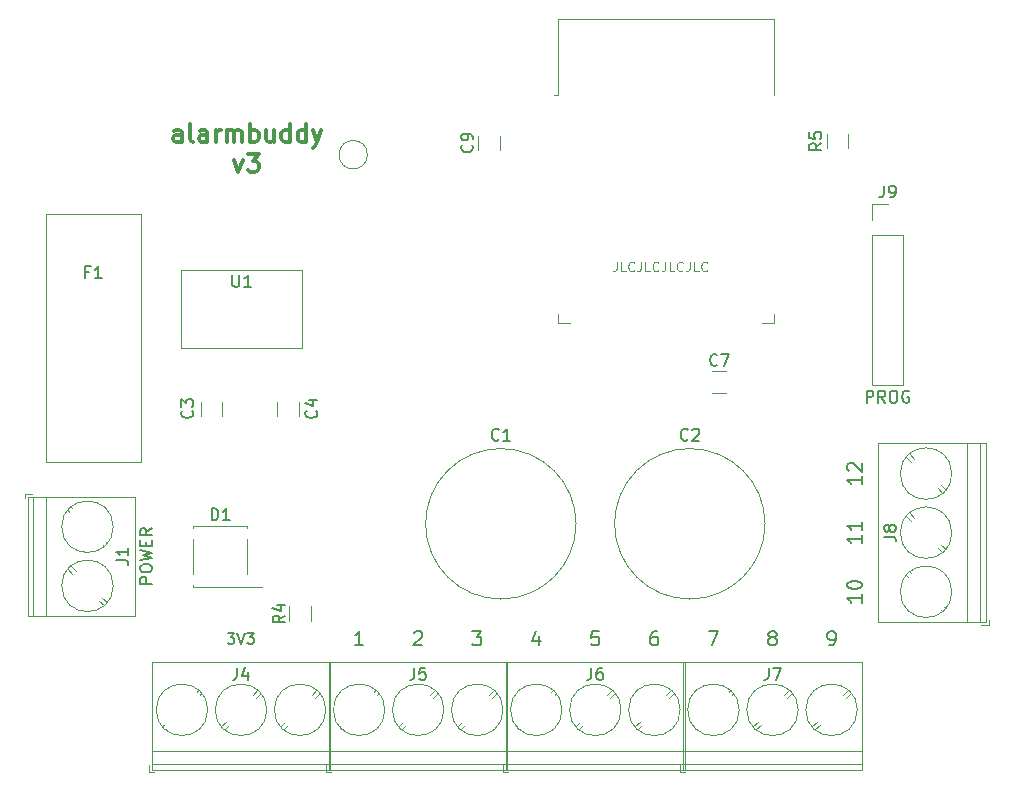
<source format=gbr>
G04 #@! TF.GenerationSoftware,KiCad,Pcbnew,(5.1.6)-1*
G04 #@! TF.CreationDate,2020-06-28T20:31:21-04:00*
G04 #@! TF.ProjectId,alarmbuddy,616c6172-6d62-4756-9464-792e6b696361,rev?*
G04 #@! TF.SameCoordinates,Original*
G04 #@! TF.FileFunction,Legend,Top*
G04 #@! TF.FilePolarity,Positive*
%FSLAX46Y46*%
G04 Gerber Fmt 4.6, Leading zero omitted, Abs format (unit mm)*
G04 Created by KiCad (PCBNEW (5.1.6)-1) date 2020-06-28 20:31:21*
%MOMM*%
%LPD*%
G01*
G04 APERTURE LIST*
%ADD10C,0.300000*%
%ADD11C,0.150000*%
%ADD12C,0.125000*%
%ADD13C,0.120000*%
G04 APERTURE END LIST*
D10*
X38000000Y-35903571D02*
X38000000Y-35117857D01*
X37928571Y-34975000D01*
X37785714Y-34903571D01*
X37500000Y-34903571D01*
X37357142Y-34975000D01*
X38000000Y-35832142D02*
X37857142Y-35903571D01*
X37500000Y-35903571D01*
X37357142Y-35832142D01*
X37285714Y-35689285D01*
X37285714Y-35546428D01*
X37357142Y-35403571D01*
X37500000Y-35332142D01*
X37857142Y-35332142D01*
X38000000Y-35260714D01*
X38928571Y-35903571D02*
X38785714Y-35832142D01*
X38714285Y-35689285D01*
X38714285Y-34403571D01*
X40142857Y-35903571D02*
X40142857Y-35117857D01*
X40071428Y-34975000D01*
X39928571Y-34903571D01*
X39642857Y-34903571D01*
X39500000Y-34975000D01*
X40142857Y-35832142D02*
X40000000Y-35903571D01*
X39642857Y-35903571D01*
X39500000Y-35832142D01*
X39428571Y-35689285D01*
X39428571Y-35546428D01*
X39500000Y-35403571D01*
X39642857Y-35332142D01*
X40000000Y-35332142D01*
X40142857Y-35260714D01*
X40857142Y-35903571D02*
X40857142Y-34903571D01*
X40857142Y-35189285D02*
X40928571Y-35046428D01*
X41000000Y-34975000D01*
X41142857Y-34903571D01*
X41285714Y-34903571D01*
X41785714Y-35903571D02*
X41785714Y-34903571D01*
X41785714Y-35046428D02*
X41857142Y-34975000D01*
X42000000Y-34903571D01*
X42214285Y-34903571D01*
X42357142Y-34975000D01*
X42428571Y-35117857D01*
X42428571Y-35903571D01*
X42428571Y-35117857D02*
X42500000Y-34975000D01*
X42642857Y-34903571D01*
X42857142Y-34903571D01*
X43000000Y-34975000D01*
X43071428Y-35117857D01*
X43071428Y-35903571D01*
X43785714Y-35903571D02*
X43785714Y-34403571D01*
X43785714Y-34975000D02*
X43928571Y-34903571D01*
X44214285Y-34903571D01*
X44357142Y-34975000D01*
X44428571Y-35046428D01*
X44500000Y-35189285D01*
X44500000Y-35617857D01*
X44428571Y-35760714D01*
X44357142Y-35832142D01*
X44214285Y-35903571D01*
X43928571Y-35903571D01*
X43785714Y-35832142D01*
X45785714Y-34903571D02*
X45785714Y-35903571D01*
X45142857Y-34903571D02*
X45142857Y-35689285D01*
X45214285Y-35832142D01*
X45357142Y-35903571D01*
X45571428Y-35903571D01*
X45714285Y-35832142D01*
X45785714Y-35760714D01*
X47142857Y-35903571D02*
X47142857Y-34403571D01*
X47142857Y-35832142D02*
X47000000Y-35903571D01*
X46714285Y-35903571D01*
X46571428Y-35832142D01*
X46500000Y-35760714D01*
X46428571Y-35617857D01*
X46428571Y-35189285D01*
X46500000Y-35046428D01*
X46571428Y-34975000D01*
X46714285Y-34903571D01*
X47000000Y-34903571D01*
X47142857Y-34975000D01*
X48500000Y-35903571D02*
X48500000Y-34403571D01*
X48500000Y-35832142D02*
X48357142Y-35903571D01*
X48071428Y-35903571D01*
X47928571Y-35832142D01*
X47857142Y-35760714D01*
X47785714Y-35617857D01*
X47785714Y-35189285D01*
X47857142Y-35046428D01*
X47928571Y-34975000D01*
X48071428Y-34903571D01*
X48357142Y-34903571D01*
X48500000Y-34975000D01*
X49071428Y-34903571D02*
X49428571Y-35903571D01*
X49785714Y-34903571D02*
X49428571Y-35903571D01*
X49285714Y-36260714D01*
X49214285Y-36332142D01*
X49071428Y-36403571D01*
X42428571Y-37453571D02*
X42785714Y-38453571D01*
X43142857Y-37453571D01*
X43571428Y-36953571D02*
X44500000Y-36953571D01*
X44000000Y-37525000D01*
X44214285Y-37525000D01*
X44357142Y-37596428D01*
X44428571Y-37667857D01*
X44500000Y-37810714D01*
X44500000Y-38167857D01*
X44428571Y-38310714D01*
X44357142Y-38382142D01*
X44214285Y-38453571D01*
X43785714Y-38453571D01*
X43642857Y-38382142D01*
X43571428Y-38310714D01*
D11*
X95542857Y-64228571D02*
X95542857Y-64914285D01*
X95542857Y-64571428D02*
X94342857Y-64571428D01*
X94514285Y-64685714D01*
X94628571Y-64800000D01*
X94685714Y-64914285D01*
X94457142Y-63771428D02*
X94400000Y-63714285D01*
X94342857Y-63600000D01*
X94342857Y-63314285D01*
X94400000Y-63200000D01*
X94457142Y-63142857D01*
X94571428Y-63085714D01*
X94685714Y-63085714D01*
X94857142Y-63142857D01*
X95542857Y-63828571D01*
X95542857Y-63085714D01*
X95542857Y-69228571D02*
X95542857Y-69914285D01*
X95542857Y-69571428D02*
X94342857Y-69571428D01*
X94514285Y-69685714D01*
X94628571Y-69800000D01*
X94685714Y-69914285D01*
X95542857Y-68085714D02*
X95542857Y-68771428D01*
X95542857Y-68428571D02*
X94342857Y-68428571D01*
X94514285Y-68542857D01*
X94628571Y-68657142D01*
X94685714Y-68771428D01*
X95542857Y-74228571D02*
X95542857Y-74914285D01*
X95542857Y-74571428D02*
X94342857Y-74571428D01*
X94514285Y-74685714D01*
X94628571Y-74800000D01*
X94685714Y-74914285D01*
X94342857Y-73485714D02*
X94342857Y-73371428D01*
X94400000Y-73257142D01*
X94457142Y-73200000D01*
X94571428Y-73142857D01*
X94800000Y-73085714D01*
X95085714Y-73085714D01*
X95314285Y-73142857D01*
X95428571Y-73200000D01*
X95485714Y-73257142D01*
X95542857Y-73371428D01*
X95542857Y-73485714D01*
X95485714Y-73600000D01*
X95428571Y-73657142D01*
X95314285Y-73714285D01*
X95085714Y-73771428D01*
X94800000Y-73771428D01*
X94571428Y-73714285D01*
X94457142Y-73657142D01*
X94400000Y-73600000D01*
X94342857Y-73485714D01*
X92771428Y-78542857D02*
X93000000Y-78542857D01*
X93114285Y-78485714D01*
X93171428Y-78428571D01*
X93285714Y-78257142D01*
X93342857Y-78028571D01*
X93342857Y-77571428D01*
X93285714Y-77457142D01*
X93228571Y-77400000D01*
X93114285Y-77342857D01*
X92885714Y-77342857D01*
X92771428Y-77400000D01*
X92714285Y-77457142D01*
X92657142Y-77571428D01*
X92657142Y-77857142D01*
X92714285Y-77971428D01*
X92771428Y-78028571D01*
X92885714Y-78085714D01*
X93114285Y-78085714D01*
X93228571Y-78028571D01*
X93285714Y-77971428D01*
X93342857Y-77857142D01*
X87885714Y-77857142D02*
X87771428Y-77800000D01*
X87714285Y-77742857D01*
X87657142Y-77628571D01*
X87657142Y-77571428D01*
X87714285Y-77457142D01*
X87771428Y-77400000D01*
X87885714Y-77342857D01*
X88114285Y-77342857D01*
X88228571Y-77400000D01*
X88285714Y-77457142D01*
X88342857Y-77571428D01*
X88342857Y-77628571D01*
X88285714Y-77742857D01*
X88228571Y-77800000D01*
X88114285Y-77857142D01*
X87885714Y-77857142D01*
X87771428Y-77914285D01*
X87714285Y-77971428D01*
X87657142Y-78085714D01*
X87657142Y-78314285D01*
X87714285Y-78428571D01*
X87771428Y-78485714D01*
X87885714Y-78542857D01*
X88114285Y-78542857D01*
X88228571Y-78485714D01*
X88285714Y-78428571D01*
X88342857Y-78314285D01*
X88342857Y-78085714D01*
X88285714Y-77971428D01*
X88228571Y-77914285D01*
X88114285Y-77857142D01*
X82600000Y-77342857D02*
X83400000Y-77342857D01*
X82885714Y-78542857D01*
X78228571Y-77342857D02*
X78000000Y-77342857D01*
X77885714Y-77400000D01*
X77828571Y-77457142D01*
X77714285Y-77628571D01*
X77657142Y-77857142D01*
X77657142Y-78314285D01*
X77714285Y-78428571D01*
X77771428Y-78485714D01*
X77885714Y-78542857D01*
X78114285Y-78542857D01*
X78228571Y-78485714D01*
X78285714Y-78428571D01*
X78342857Y-78314285D01*
X78342857Y-78028571D01*
X78285714Y-77914285D01*
X78228571Y-77857142D01*
X78114285Y-77800000D01*
X77885714Y-77800000D01*
X77771428Y-77857142D01*
X77714285Y-77914285D01*
X77657142Y-78028571D01*
X73285714Y-77342857D02*
X72714285Y-77342857D01*
X72657142Y-77914285D01*
X72714285Y-77857142D01*
X72828571Y-77800000D01*
X73114285Y-77800000D01*
X73228571Y-77857142D01*
X73285714Y-77914285D01*
X73342857Y-78028571D01*
X73342857Y-78314285D01*
X73285714Y-78428571D01*
X73228571Y-78485714D01*
X73114285Y-78542857D01*
X72828571Y-78542857D01*
X72714285Y-78485714D01*
X72657142Y-78428571D01*
X68228571Y-77742857D02*
X68228571Y-78542857D01*
X67942857Y-77285714D02*
X67657142Y-78142857D01*
X68400000Y-78142857D01*
X62600000Y-77342857D02*
X63342857Y-77342857D01*
X62942857Y-77800000D01*
X63114285Y-77800000D01*
X63228571Y-77857142D01*
X63285714Y-77914285D01*
X63342857Y-78028571D01*
X63342857Y-78314285D01*
X63285714Y-78428571D01*
X63228571Y-78485714D01*
X63114285Y-78542857D01*
X62771428Y-78542857D01*
X62657142Y-78485714D01*
X62600000Y-78428571D01*
X57657142Y-77457142D02*
X57714285Y-77400000D01*
X57828571Y-77342857D01*
X58114285Y-77342857D01*
X58228571Y-77400000D01*
X58285714Y-77457142D01*
X58342857Y-77571428D01*
X58342857Y-77685714D01*
X58285714Y-77857142D01*
X57600000Y-78542857D01*
X58342857Y-78542857D01*
X53342857Y-78542857D02*
X52657142Y-78542857D01*
X53000000Y-78542857D02*
X53000000Y-77342857D01*
X52885714Y-77514285D01*
X52771428Y-77628571D01*
X52657142Y-77685714D01*
D12*
X74804761Y-46061904D02*
X74804761Y-46633333D01*
X74766666Y-46747619D01*
X74690476Y-46823809D01*
X74576190Y-46861904D01*
X74500000Y-46861904D01*
X75566666Y-46861904D02*
X75185714Y-46861904D01*
X75185714Y-46061904D01*
X76290476Y-46785714D02*
X76252380Y-46823809D01*
X76138095Y-46861904D01*
X76061904Y-46861904D01*
X75947619Y-46823809D01*
X75871428Y-46747619D01*
X75833333Y-46671428D01*
X75795238Y-46519047D01*
X75795238Y-46404761D01*
X75833333Y-46252380D01*
X75871428Y-46176190D01*
X75947619Y-46100000D01*
X76061904Y-46061904D01*
X76138095Y-46061904D01*
X76252380Y-46100000D01*
X76290476Y-46138095D01*
X76861904Y-46061904D02*
X76861904Y-46633333D01*
X76823809Y-46747619D01*
X76747619Y-46823809D01*
X76633333Y-46861904D01*
X76557142Y-46861904D01*
X77623809Y-46861904D02*
X77242857Y-46861904D01*
X77242857Y-46061904D01*
X78347619Y-46785714D02*
X78309523Y-46823809D01*
X78195238Y-46861904D01*
X78119047Y-46861904D01*
X78004761Y-46823809D01*
X77928571Y-46747619D01*
X77890476Y-46671428D01*
X77852380Y-46519047D01*
X77852380Y-46404761D01*
X77890476Y-46252380D01*
X77928571Y-46176190D01*
X78004761Y-46100000D01*
X78119047Y-46061904D01*
X78195238Y-46061904D01*
X78309523Y-46100000D01*
X78347619Y-46138095D01*
X78919047Y-46061904D02*
X78919047Y-46633333D01*
X78880952Y-46747619D01*
X78804761Y-46823809D01*
X78690476Y-46861904D01*
X78614285Y-46861904D01*
X79680952Y-46861904D02*
X79300000Y-46861904D01*
X79300000Y-46061904D01*
X80404761Y-46785714D02*
X80366666Y-46823809D01*
X80252380Y-46861904D01*
X80176190Y-46861904D01*
X80061904Y-46823809D01*
X79985714Y-46747619D01*
X79947619Y-46671428D01*
X79909523Y-46519047D01*
X79909523Y-46404761D01*
X79947619Y-46252380D01*
X79985714Y-46176190D01*
X80061904Y-46100000D01*
X80176190Y-46061904D01*
X80252380Y-46061904D01*
X80366666Y-46100000D01*
X80404761Y-46138095D01*
X80976190Y-46061904D02*
X80976190Y-46633333D01*
X80938095Y-46747619D01*
X80861904Y-46823809D01*
X80747619Y-46861904D01*
X80671428Y-46861904D01*
X81738095Y-46861904D02*
X81357142Y-46861904D01*
X81357142Y-46061904D01*
X82461904Y-46785714D02*
X82423809Y-46823809D01*
X82309523Y-46861904D01*
X82233333Y-46861904D01*
X82119047Y-46823809D01*
X82042857Y-46747619D01*
X82004761Y-46671428D01*
X81966666Y-46519047D01*
X81966666Y-46404761D01*
X82004761Y-46252380D01*
X82042857Y-46176190D01*
X82119047Y-46100000D01*
X82233333Y-46061904D01*
X82309523Y-46061904D01*
X82423809Y-46100000D01*
X82461904Y-46138095D01*
D13*
X48160000Y-46750000D02*
X48160000Y-53371000D01*
X37920000Y-46750000D02*
X37920000Y-53371000D01*
X37920000Y-53371000D02*
X48160000Y-53371000D01*
X37920000Y-46750000D02*
X48160000Y-46750000D01*
X26500000Y-63000000D02*
X26500000Y-42000000D01*
X26500000Y-42000000D02*
X34500000Y-42000000D01*
X34500000Y-42000000D02*
X34500000Y-63000000D01*
X34500000Y-63000000D02*
X26500000Y-63000000D01*
X47910000Y-57897936D02*
X47910000Y-59102064D01*
X46090000Y-57897936D02*
X46090000Y-59102064D01*
X41410000Y-57897936D02*
X41410000Y-59102064D01*
X39590000Y-57897936D02*
X39590000Y-59102064D01*
X87370000Y-68250000D02*
G75*
G03*
X87370000Y-68250000I-6370000J0D01*
G01*
X71370000Y-68250000D02*
G75*
G03*
X71370000Y-68250000I-6370000J0D01*
G01*
X53700000Y-37000000D02*
G75*
G03*
X53700000Y-37000000I-1200000J0D01*
G01*
X48910000Y-75247936D02*
X48910000Y-76452064D01*
X47090000Y-75247936D02*
X47090000Y-76452064D01*
X103180000Y-74000000D02*
G75*
G03*
X103180000Y-74000000I-2180000J0D01*
G01*
X103180000Y-69000000D02*
G75*
G03*
X103180000Y-69000000I-2180000J0D01*
G01*
X103180000Y-64000000D02*
G75*
G03*
X103180000Y-64000000I-2180000J0D01*
G01*
X105600000Y-76560000D02*
X105600000Y-61440000D01*
X104500000Y-76560000D02*
X104500000Y-61440000D01*
X96940000Y-76560000D02*
X96940000Y-61440000D01*
X106060000Y-76560000D02*
X106060000Y-61440000D01*
X96940000Y-76560000D02*
X106060000Y-76560000D01*
X96940000Y-61440000D02*
X106060000Y-61440000D01*
X99612000Y-72346000D02*
X99719000Y-72453000D01*
X102547000Y-75282000D02*
X102654000Y-75388000D01*
X99346000Y-72612000D02*
X99453000Y-72719000D01*
X102281000Y-75548000D02*
X102388000Y-75654000D01*
X99612000Y-67346000D02*
X100008000Y-67741000D01*
X102274000Y-70007000D02*
X102654000Y-70387000D01*
X99346000Y-67612000D02*
X99726000Y-67992000D01*
X101992000Y-70258000D02*
X102388000Y-70653000D01*
X99612000Y-62346000D02*
X100008000Y-62741000D01*
X102274000Y-65007000D02*
X102654000Y-65387000D01*
X99346000Y-62612000D02*
X99726000Y-62992000D01*
X101992000Y-65258000D02*
X102388000Y-65653000D01*
X105660000Y-76800000D02*
X106300000Y-76800000D01*
X106300000Y-76800000D02*
X106300000Y-76400000D01*
X85180000Y-84000000D02*
G75*
G03*
X85180000Y-84000000I-2180000J0D01*
G01*
X90180000Y-84000000D02*
G75*
G03*
X90180000Y-84000000I-2180000J0D01*
G01*
X95180000Y-84000000D02*
G75*
G03*
X95180000Y-84000000I-2180000J0D01*
G01*
X80440000Y-88600000D02*
X95560000Y-88600000D01*
X80440000Y-87500000D02*
X95560000Y-87500000D01*
X80440000Y-79940000D02*
X95560000Y-79940000D01*
X80440000Y-89060000D02*
X95560000Y-89060000D01*
X80440000Y-79940000D02*
X80440000Y-89060000D01*
X95560000Y-79940000D02*
X95560000Y-89060000D01*
X84654000Y-82612000D02*
X84547000Y-82719000D01*
X81718000Y-85547000D02*
X81612000Y-85654000D01*
X84388000Y-82346000D02*
X84281000Y-82453000D01*
X81452000Y-85281000D02*
X81346000Y-85388000D01*
X89654000Y-82612000D02*
X89259000Y-83008000D01*
X86993000Y-85274000D02*
X86613000Y-85654000D01*
X89388000Y-82346000D02*
X89008000Y-82726000D01*
X86742000Y-84992000D02*
X86347000Y-85388000D01*
X94654000Y-82612000D02*
X94259000Y-83008000D01*
X91993000Y-85274000D02*
X91613000Y-85654000D01*
X94388000Y-82346000D02*
X94008000Y-82726000D01*
X91742000Y-84992000D02*
X91347000Y-85388000D01*
X80200000Y-88660000D02*
X80200000Y-89300000D01*
X80200000Y-89300000D02*
X80600000Y-89300000D01*
X70180000Y-84000000D02*
G75*
G03*
X70180000Y-84000000I-2180000J0D01*
G01*
X75180000Y-84000000D02*
G75*
G03*
X75180000Y-84000000I-2180000J0D01*
G01*
X80180000Y-84000000D02*
G75*
G03*
X80180000Y-84000000I-2180000J0D01*
G01*
X65440000Y-88600000D02*
X80560000Y-88600000D01*
X65440000Y-87500000D02*
X80560000Y-87500000D01*
X65440000Y-79940000D02*
X80560000Y-79940000D01*
X65440000Y-89060000D02*
X80560000Y-89060000D01*
X65440000Y-79940000D02*
X65440000Y-89060000D01*
X80560000Y-79940000D02*
X80560000Y-89060000D01*
X69654000Y-82612000D02*
X69547000Y-82719000D01*
X66718000Y-85547000D02*
X66612000Y-85654000D01*
X69388000Y-82346000D02*
X69281000Y-82453000D01*
X66452000Y-85281000D02*
X66346000Y-85388000D01*
X74654000Y-82612000D02*
X74259000Y-83008000D01*
X71993000Y-85274000D02*
X71613000Y-85654000D01*
X74388000Y-82346000D02*
X74008000Y-82726000D01*
X71742000Y-84992000D02*
X71347000Y-85388000D01*
X79654000Y-82612000D02*
X79259000Y-83008000D01*
X76993000Y-85274000D02*
X76613000Y-85654000D01*
X79388000Y-82346000D02*
X79008000Y-82726000D01*
X76742000Y-84992000D02*
X76347000Y-85388000D01*
X65200000Y-88660000D02*
X65200000Y-89300000D01*
X65200000Y-89300000D02*
X65600000Y-89300000D01*
X55180000Y-84000000D02*
G75*
G03*
X55180000Y-84000000I-2180000J0D01*
G01*
X60180000Y-84000000D02*
G75*
G03*
X60180000Y-84000000I-2180000J0D01*
G01*
X65180000Y-84000000D02*
G75*
G03*
X65180000Y-84000000I-2180000J0D01*
G01*
X50440000Y-88600000D02*
X65560000Y-88600000D01*
X50440000Y-87500000D02*
X65560000Y-87500000D01*
X50440000Y-79940000D02*
X65560000Y-79940000D01*
X50440000Y-89060000D02*
X65560000Y-89060000D01*
X50440000Y-79940000D02*
X50440000Y-89060000D01*
X65560000Y-79940000D02*
X65560000Y-89060000D01*
X54654000Y-82612000D02*
X54547000Y-82719000D01*
X51718000Y-85547000D02*
X51612000Y-85654000D01*
X54388000Y-82346000D02*
X54281000Y-82453000D01*
X51452000Y-85281000D02*
X51346000Y-85388000D01*
X59654000Y-82612000D02*
X59259000Y-83008000D01*
X56993000Y-85274000D02*
X56613000Y-85654000D01*
X59388000Y-82346000D02*
X59008000Y-82726000D01*
X56742000Y-84992000D02*
X56347000Y-85388000D01*
X64654000Y-82612000D02*
X64259000Y-83008000D01*
X61993000Y-85274000D02*
X61613000Y-85654000D01*
X64388000Y-82346000D02*
X64008000Y-82726000D01*
X61742000Y-84992000D02*
X61347000Y-85388000D01*
X50200000Y-88660000D02*
X50200000Y-89300000D01*
X50200000Y-89300000D02*
X50600000Y-89300000D01*
X82897936Y-55340000D02*
X84102064Y-55340000D01*
X82897936Y-57160000D02*
X84102064Y-57160000D01*
X69880000Y-50495000D02*
X69880000Y-51275000D01*
X69880000Y-51275000D02*
X70880000Y-51275000D01*
X88120000Y-50495000D02*
X88120000Y-51275000D01*
X88120000Y-51275000D02*
X87120000Y-51275000D01*
X69880000Y-25530000D02*
X88120000Y-25530000D01*
X88120000Y-25530000D02*
X88120000Y-31950000D01*
X69880000Y-25530000D02*
X69880000Y-31950000D01*
X69880000Y-31950000D02*
X69500000Y-31950000D01*
X92590000Y-36452064D02*
X92590000Y-35247936D01*
X94410000Y-36452064D02*
X94410000Y-35247936D01*
X35200000Y-89300000D02*
X35600000Y-89300000D01*
X35200000Y-88660000D02*
X35200000Y-89300000D01*
X46742000Y-84992000D02*
X46347000Y-85388000D01*
X49388000Y-82346000D02*
X49008000Y-82726000D01*
X46993000Y-85274000D02*
X46613000Y-85654000D01*
X49654000Y-82612000D02*
X49259000Y-83008000D01*
X41742000Y-84992000D02*
X41347000Y-85388000D01*
X44388000Y-82346000D02*
X44008000Y-82726000D01*
X41993000Y-85274000D02*
X41613000Y-85654000D01*
X44654000Y-82612000D02*
X44259000Y-83008000D01*
X36452000Y-85281000D02*
X36346000Y-85388000D01*
X39388000Y-82346000D02*
X39281000Y-82453000D01*
X36718000Y-85547000D02*
X36612000Y-85654000D01*
X39654000Y-82612000D02*
X39547000Y-82719000D01*
X50560000Y-79940000D02*
X50560000Y-89060000D01*
X35440000Y-79940000D02*
X35440000Y-89060000D01*
X35440000Y-89060000D02*
X50560000Y-89060000D01*
X35440000Y-79940000D02*
X50560000Y-79940000D01*
X35440000Y-87500000D02*
X50560000Y-87500000D01*
X35440000Y-88600000D02*
X50560000Y-88600000D01*
X50180000Y-84000000D02*
G75*
G03*
X50180000Y-84000000I-2180000J0D01*
G01*
X45180000Y-84000000D02*
G75*
G03*
X45180000Y-84000000I-2180000J0D01*
G01*
X40180000Y-84000000D02*
G75*
G03*
X40180000Y-84000000I-2180000J0D01*
G01*
X96420000Y-41170000D02*
X97750000Y-41170000D01*
X96420000Y-42500000D02*
X96420000Y-41170000D01*
X96420000Y-43770000D02*
X99080000Y-43770000D01*
X99080000Y-43770000D02*
X99080000Y-56530000D01*
X96420000Y-43770000D02*
X96420000Y-56530000D01*
X96420000Y-56530000D02*
X99080000Y-56530000D01*
X32180000Y-68500000D02*
G75*
G03*
X32180000Y-68500000I-2180000J0D01*
G01*
X32180000Y-73500000D02*
G75*
G03*
X32180000Y-73500000I-2180000J0D01*
G01*
X25400000Y-65940000D02*
X25400000Y-76060000D01*
X26500000Y-65940000D02*
X26500000Y-76060000D01*
X34060000Y-65940000D02*
X34060000Y-76060000D01*
X24940000Y-65940000D02*
X24940000Y-76060000D01*
X34060000Y-65940000D02*
X24940000Y-65940000D01*
X34060000Y-76060000D02*
X24940000Y-76060000D01*
X31388000Y-70154000D02*
X31281000Y-70047000D01*
X28453000Y-67218000D02*
X28346000Y-67112000D01*
X31654000Y-69888000D02*
X31547000Y-69781000D01*
X28719000Y-66952000D02*
X28612000Y-66846000D01*
X31388000Y-75154000D02*
X30992000Y-74759000D01*
X28726000Y-72493000D02*
X28346000Y-72113000D01*
X31654000Y-74888000D02*
X31274000Y-74508000D01*
X29008000Y-72242000D02*
X28612000Y-71847000D01*
X25340000Y-65700000D02*
X24700000Y-65700000D01*
X24700000Y-65700000D02*
X24700000Y-66100000D01*
X38950000Y-73400000D02*
X38950000Y-73600000D01*
X38950000Y-73600000D02*
X44750000Y-73600000D01*
X38950000Y-68600000D02*
X38950000Y-68400000D01*
X38950000Y-68400000D02*
X43550000Y-68400000D01*
X43550000Y-68400000D02*
X43550000Y-68600000D01*
X38950000Y-72500000D02*
X38950000Y-69500000D01*
X43550000Y-69500000D02*
X43550000Y-72500000D01*
X63090000Y-36602064D02*
X63090000Y-35397936D01*
X64910000Y-36602064D02*
X64910000Y-35397936D01*
D11*
X42278095Y-47182380D02*
X42278095Y-47991904D01*
X42325714Y-48087142D01*
X42373333Y-48134761D01*
X42468571Y-48182380D01*
X42659047Y-48182380D01*
X42754285Y-48134761D01*
X42801904Y-48087142D01*
X42849523Y-47991904D01*
X42849523Y-47182380D01*
X43849523Y-48182380D02*
X43278095Y-48182380D01*
X43563809Y-48182380D02*
X43563809Y-47182380D01*
X43468571Y-47325238D01*
X43373333Y-47420476D01*
X43278095Y-47468095D01*
X30166666Y-46928571D02*
X29833333Y-46928571D01*
X29833333Y-47452380D02*
X29833333Y-46452380D01*
X30309523Y-46452380D01*
X31214285Y-47452380D02*
X30642857Y-47452380D01*
X30928571Y-47452380D02*
X30928571Y-46452380D01*
X30833333Y-46595238D01*
X30738095Y-46690476D01*
X30642857Y-46738095D01*
X49357142Y-58666666D02*
X49404761Y-58714285D01*
X49452380Y-58857142D01*
X49452380Y-58952380D01*
X49404761Y-59095238D01*
X49309523Y-59190476D01*
X49214285Y-59238095D01*
X49023809Y-59285714D01*
X48880952Y-59285714D01*
X48690476Y-59238095D01*
X48595238Y-59190476D01*
X48500000Y-59095238D01*
X48452380Y-58952380D01*
X48452380Y-58857142D01*
X48500000Y-58714285D01*
X48547619Y-58666666D01*
X48785714Y-57809523D02*
X49452380Y-57809523D01*
X48404761Y-58047619D02*
X49119047Y-58285714D01*
X49119047Y-57666666D01*
X38857142Y-58666666D02*
X38904761Y-58714285D01*
X38952380Y-58857142D01*
X38952380Y-58952380D01*
X38904761Y-59095238D01*
X38809523Y-59190476D01*
X38714285Y-59238095D01*
X38523809Y-59285714D01*
X38380952Y-59285714D01*
X38190476Y-59238095D01*
X38095238Y-59190476D01*
X38000000Y-59095238D01*
X37952380Y-58952380D01*
X37952380Y-58857142D01*
X38000000Y-58714285D01*
X38047619Y-58666666D01*
X37952380Y-58333333D02*
X37952380Y-57714285D01*
X38333333Y-58047619D01*
X38333333Y-57904761D01*
X38380952Y-57809523D01*
X38428571Y-57761904D01*
X38523809Y-57714285D01*
X38761904Y-57714285D01*
X38857142Y-57761904D01*
X38904761Y-57809523D01*
X38952380Y-57904761D01*
X38952380Y-58190476D01*
X38904761Y-58285714D01*
X38857142Y-58333333D01*
X80833333Y-61107142D02*
X80785714Y-61154761D01*
X80642857Y-61202380D01*
X80547619Y-61202380D01*
X80404761Y-61154761D01*
X80309523Y-61059523D01*
X80261904Y-60964285D01*
X80214285Y-60773809D01*
X80214285Y-60630952D01*
X80261904Y-60440476D01*
X80309523Y-60345238D01*
X80404761Y-60250000D01*
X80547619Y-60202380D01*
X80642857Y-60202380D01*
X80785714Y-60250000D01*
X80833333Y-60297619D01*
X81214285Y-60297619D02*
X81261904Y-60250000D01*
X81357142Y-60202380D01*
X81595238Y-60202380D01*
X81690476Y-60250000D01*
X81738095Y-60297619D01*
X81785714Y-60392857D01*
X81785714Y-60488095D01*
X81738095Y-60630952D01*
X81166666Y-61202380D01*
X81785714Y-61202380D01*
X64833333Y-61107142D02*
X64785714Y-61154761D01*
X64642857Y-61202380D01*
X64547619Y-61202380D01*
X64404761Y-61154761D01*
X64309523Y-61059523D01*
X64261904Y-60964285D01*
X64214285Y-60773809D01*
X64214285Y-60630952D01*
X64261904Y-60440476D01*
X64309523Y-60345238D01*
X64404761Y-60250000D01*
X64547619Y-60202380D01*
X64642857Y-60202380D01*
X64785714Y-60250000D01*
X64833333Y-60297619D01*
X65785714Y-61202380D02*
X65214285Y-61202380D01*
X65500000Y-61202380D02*
X65500000Y-60202380D01*
X65404761Y-60345238D01*
X65309523Y-60440476D01*
X65214285Y-60488095D01*
X46702380Y-76016666D02*
X46226190Y-76350000D01*
X46702380Y-76588095D02*
X45702380Y-76588095D01*
X45702380Y-76207142D01*
X45750000Y-76111904D01*
X45797619Y-76064285D01*
X45892857Y-76016666D01*
X46035714Y-76016666D01*
X46130952Y-76064285D01*
X46178571Y-76111904D01*
X46226190Y-76207142D01*
X46226190Y-76588095D01*
X46035714Y-75159523D02*
X46702380Y-75159523D01*
X45654761Y-75397619D02*
X46369047Y-75635714D01*
X46369047Y-75016666D01*
X97452380Y-69333333D02*
X98166666Y-69333333D01*
X98309523Y-69380952D01*
X98404761Y-69476190D01*
X98452380Y-69619047D01*
X98452380Y-69714285D01*
X97880952Y-68714285D02*
X97833333Y-68809523D01*
X97785714Y-68857142D01*
X97690476Y-68904761D01*
X97642857Y-68904761D01*
X97547619Y-68857142D01*
X97500000Y-68809523D01*
X97452380Y-68714285D01*
X97452380Y-68523809D01*
X97500000Y-68428571D01*
X97547619Y-68380952D01*
X97642857Y-68333333D01*
X97690476Y-68333333D01*
X97785714Y-68380952D01*
X97833333Y-68428571D01*
X97880952Y-68523809D01*
X97880952Y-68714285D01*
X97928571Y-68809523D01*
X97976190Y-68857142D01*
X98071428Y-68904761D01*
X98261904Y-68904761D01*
X98357142Y-68857142D01*
X98404761Y-68809523D01*
X98452380Y-68714285D01*
X98452380Y-68523809D01*
X98404761Y-68428571D01*
X98357142Y-68380952D01*
X98261904Y-68333333D01*
X98071428Y-68333333D01*
X97976190Y-68380952D01*
X97928571Y-68428571D01*
X97880952Y-68523809D01*
X87666666Y-80452380D02*
X87666666Y-81166666D01*
X87619047Y-81309523D01*
X87523809Y-81404761D01*
X87380952Y-81452380D01*
X87285714Y-81452380D01*
X88047619Y-80452380D02*
X88714285Y-80452380D01*
X88285714Y-81452380D01*
X72666666Y-80452380D02*
X72666666Y-81166666D01*
X72619047Y-81309523D01*
X72523809Y-81404761D01*
X72380952Y-81452380D01*
X72285714Y-81452380D01*
X73571428Y-80452380D02*
X73380952Y-80452380D01*
X73285714Y-80500000D01*
X73238095Y-80547619D01*
X73142857Y-80690476D01*
X73095238Y-80880952D01*
X73095238Y-81261904D01*
X73142857Y-81357142D01*
X73190476Y-81404761D01*
X73285714Y-81452380D01*
X73476190Y-81452380D01*
X73571428Y-81404761D01*
X73619047Y-81357142D01*
X73666666Y-81261904D01*
X73666666Y-81023809D01*
X73619047Y-80928571D01*
X73571428Y-80880952D01*
X73476190Y-80833333D01*
X73285714Y-80833333D01*
X73190476Y-80880952D01*
X73142857Y-80928571D01*
X73095238Y-81023809D01*
X57666666Y-80452380D02*
X57666666Y-81166666D01*
X57619047Y-81309523D01*
X57523809Y-81404761D01*
X57380952Y-81452380D01*
X57285714Y-81452380D01*
X58619047Y-80452380D02*
X58142857Y-80452380D01*
X58095238Y-80928571D01*
X58142857Y-80880952D01*
X58238095Y-80833333D01*
X58476190Y-80833333D01*
X58571428Y-80880952D01*
X58619047Y-80928571D01*
X58666666Y-81023809D01*
X58666666Y-81261904D01*
X58619047Y-81357142D01*
X58571428Y-81404761D01*
X58476190Y-81452380D01*
X58238095Y-81452380D01*
X58142857Y-81404761D01*
X58095238Y-81357142D01*
X83333333Y-54787142D02*
X83285714Y-54834761D01*
X83142857Y-54882380D01*
X83047619Y-54882380D01*
X82904761Y-54834761D01*
X82809523Y-54739523D01*
X82761904Y-54644285D01*
X82714285Y-54453809D01*
X82714285Y-54310952D01*
X82761904Y-54120476D01*
X82809523Y-54025238D01*
X82904761Y-53930000D01*
X83047619Y-53882380D01*
X83142857Y-53882380D01*
X83285714Y-53930000D01*
X83333333Y-53977619D01*
X83666666Y-53882380D02*
X84333333Y-53882380D01*
X83904761Y-54882380D01*
X92132380Y-36016666D02*
X91656190Y-36350000D01*
X92132380Y-36588095D02*
X91132380Y-36588095D01*
X91132380Y-36207142D01*
X91180000Y-36111904D01*
X91227619Y-36064285D01*
X91322857Y-36016666D01*
X91465714Y-36016666D01*
X91560952Y-36064285D01*
X91608571Y-36111904D01*
X91656190Y-36207142D01*
X91656190Y-36588095D01*
X91132380Y-35111904D02*
X91132380Y-35588095D01*
X91608571Y-35635714D01*
X91560952Y-35588095D01*
X91513333Y-35492857D01*
X91513333Y-35254761D01*
X91560952Y-35159523D01*
X91608571Y-35111904D01*
X91703809Y-35064285D01*
X91941904Y-35064285D01*
X92037142Y-35111904D01*
X92084761Y-35159523D01*
X92132380Y-35254761D01*
X92132380Y-35492857D01*
X92084761Y-35588095D01*
X92037142Y-35635714D01*
X42666666Y-80452380D02*
X42666666Y-81166666D01*
X42619047Y-81309523D01*
X42523809Y-81404761D01*
X42380952Y-81452380D01*
X42285714Y-81452380D01*
X43571428Y-80785714D02*
X43571428Y-81452380D01*
X43333333Y-80404761D02*
X43095238Y-81119047D01*
X43714285Y-81119047D01*
X41885714Y-77507142D02*
X42442857Y-77507142D01*
X42142857Y-77850000D01*
X42271428Y-77850000D01*
X42357142Y-77892857D01*
X42400000Y-77935714D01*
X42442857Y-78021428D01*
X42442857Y-78235714D01*
X42400000Y-78321428D01*
X42357142Y-78364285D01*
X42271428Y-78407142D01*
X42014285Y-78407142D01*
X41928571Y-78364285D01*
X41885714Y-78321428D01*
X42700000Y-77507142D02*
X43000000Y-78407142D01*
X43300000Y-77507142D01*
X43514285Y-77507142D02*
X44071428Y-77507142D01*
X43771428Y-77850000D01*
X43900000Y-77850000D01*
X43985714Y-77892857D01*
X44028571Y-77935714D01*
X44071428Y-78021428D01*
X44071428Y-78235714D01*
X44028571Y-78321428D01*
X43985714Y-78364285D01*
X43900000Y-78407142D01*
X43642857Y-78407142D01*
X43557142Y-78364285D01*
X43514285Y-78321428D01*
X97416666Y-39622380D02*
X97416666Y-40336666D01*
X97369047Y-40479523D01*
X97273809Y-40574761D01*
X97130952Y-40622380D01*
X97035714Y-40622380D01*
X97940476Y-40622380D02*
X98130952Y-40622380D01*
X98226190Y-40574761D01*
X98273809Y-40527142D01*
X98369047Y-40384285D01*
X98416666Y-40193809D01*
X98416666Y-39812857D01*
X98369047Y-39717619D01*
X98321428Y-39670000D01*
X98226190Y-39622380D01*
X98035714Y-39622380D01*
X97940476Y-39670000D01*
X97892857Y-39717619D01*
X97845238Y-39812857D01*
X97845238Y-40050952D01*
X97892857Y-40146190D01*
X97940476Y-40193809D01*
X98035714Y-40241428D01*
X98226190Y-40241428D01*
X98321428Y-40193809D01*
X98369047Y-40146190D01*
X98416666Y-40050952D01*
X95964285Y-57982380D02*
X95964285Y-56982380D01*
X96345238Y-56982380D01*
X96440476Y-57030000D01*
X96488095Y-57077619D01*
X96535714Y-57172857D01*
X96535714Y-57315714D01*
X96488095Y-57410952D01*
X96440476Y-57458571D01*
X96345238Y-57506190D01*
X95964285Y-57506190D01*
X97535714Y-57982380D02*
X97202380Y-57506190D01*
X96964285Y-57982380D02*
X96964285Y-56982380D01*
X97345238Y-56982380D01*
X97440476Y-57030000D01*
X97488095Y-57077619D01*
X97535714Y-57172857D01*
X97535714Y-57315714D01*
X97488095Y-57410952D01*
X97440476Y-57458571D01*
X97345238Y-57506190D01*
X96964285Y-57506190D01*
X98154761Y-56982380D02*
X98345238Y-56982380D01*
X98440476Y-57030000D01*
X98535714Y-57125238D01*
X98583333Y-57315714D01*
X98583333Y-57649047D01*
X98535714Y-57839523D01*
X98440476Y-57934761D01*
X98345238Y-57982380D01*
X98154761Y-57982380D01*
X98059523Y-57934761D01*
X97964285Y-57839523D01*
X97916666Y-57649047D01*
X97916666Y-57315714D01*
X97964285Y-57125238D01*
X98059523Y-57030000D01*
X98154761Y-56982380D01*
X99535714Y-57030000D02*
X99440476Y-56982380D01*
X99297619Y-56982380D01*
X99154761Y-57030000D01*
X99059523Y-57125238D01*
X99011904Y-57220476D01*
X98964285Y-57410952D01*
X98964285Y-57553809D01*
X99011904Y-57744285D01*
X99059523Y-57839523D01*
X99154761Y-57934761D01*
X99297619Y-57982380D01*
X99392857Y-57982380D01*
X99535714Y-57934761D01*
X99583333Y-57887142D01*
X99583333Y-57553809D01*
X99392857Y-57553809D01*
X32452380Y-71333333D02*
X33166666Y-71333333D01*
X33309523Y-71380952D01*
X33404761Y-71476190D01*
X33452380Y-71619047D01*
X33452380Y-71714285D01*
X33452380Y-70333333D02*
X33452380Y-70904761D01*
X33452380Y-70619047D02*
X32452380Y-70619047D01*
X32595238Y-70714285D01*
X32690476Y-70809523D01*
X32738095Y-70904761D01*
X35452380Y-73309523D02*
X34452380Y-73309523D01*
X34452380Y-72928571D01*
X34500000Y-72833333D01*
X34547619Y-72785714D01*
X34642857Y-72738095D01*
X34785714Y-72738095D01*
X34880952Y-72785714D01*
X34928571Y-72833333D01*
X34976190Y-72928571D01*
X34976190Y-73309523D01*
X34452380Y-72119047D02*
X34452380Y-71928571D01*
X34500000Y-71833333D01*
X34595238Y-71738095D01*
X34785714Y-71690476D01*
X35119047Y-71690476D01*
X35309523Y-71738095D01*
X35404761Y-71833333D01*
X35452380Y-71928571D01*
X35452380Y-72119047D01*
X35404761Y-72214285D01*
X35309523Y-72309523D01*
X35119047Y-72357142D01*
X34785714Y-72357142D01*
X34595238Y-72309523D01*
X34500000Y-72214285D01*
X34452380Y-72119047D01*
X34452380Y-71357142D02*
X35452380Y-71119047D01*
X34738095Y-70928571D01*
X35452380Y-70738095D01*
X34452380Y-70500000D01*
X34928571Y-70119047D02*
X34928571Y-69785714D01*
X35452380Y-69642857D02*
X35452380Y-70119047D01*
X34452380Y-70119047D01*
X34452380Y-69642857D01*
X35452380Y-68642857D02*
X34976190Y-68976190D01*
X35452380Y-69214285D02*
X34452380Y-69214285D01*
X34452380Y-68833333D01*
X34500000Y-68738095D01*
X34547619Y-68690476D01*
X34642857Y-68642857D01*
X34785714Y-68642857D01*
X34880952Y-68690476D01*
X34928571Y-68738095D01*
X34976190Y-68833333D01*
X34976190Y-69214285D01*
X40511904Y-67952380D02*
X40511904Y-66952380D01*
X40750000Y-66952380D01*
X40892857Y-67000000D01*
X40988095Y-67095238D01*
X41035714Y-67190476D01*
X41083333Y-67380952D01*
X41083333Y-67523809D01*
X41035714Y-67714285D01*
X40988095Y-67809523D01*
X40892857Y-67904761D01*
X40750000Y-67952380D01*
X40511904Y-67952380D01*
X42035714Y-67952380D02*
X41464285Y-67952380D01*
X41750000Y-67952380D02*
X41750000Y-66952380D01*
X41654761Y-67095238D01*
X41559523Y-67190476D01*
X41464285Y-67238095D01*
X62537142Y-36166666D02*
X62584761Y-36214285D01*
X62632380Y-36357142D01*
X62632380Y-36452380D01*
X62584761Y-36595238D01*
X62489523Y-36690476D01*
X62394285Y-36738095D01*
X62203809Y-36785714D01*
X62060952Y-36785714D01*
X61870476Y-36738095D01*
X61775238Y-36690476D01*
X61680000Y-36595238D01*
X61632380Y-36452380D01*
X61632380Y-36357142D01*
X61680000Y-36214285D01*
X61727619Y-36166666D01*
X62632380Y-35690476D02*
X62632380Y-35500000D01*
X62584761Y-35404761D01*
X62537142Y-35357142D01*
X62394285Y-35261904D01*
X62203809Y-35214285D01*
X61822857Y-35214285D01*
X61727619Y-35261904D01*
X61680000Y-35309523D01*
X61632380Y-35404761D01*
X61632380Y-35595238D01*
X61680000Y-35690476D01*
X61727619Y-35738095D01*
X61822857Y-35785714D01*
X62060952Y-35785714D01*
X62156190Y-35738095D01*
X62203809Y-35690476D01*
X62251428Y-35595238D01*
X62251428Y-35404761D01*
X62203809Y-35309523D01*
X62156190Y-35261904D01*
X62060952Y-35214285D01*
M02*

</source>
